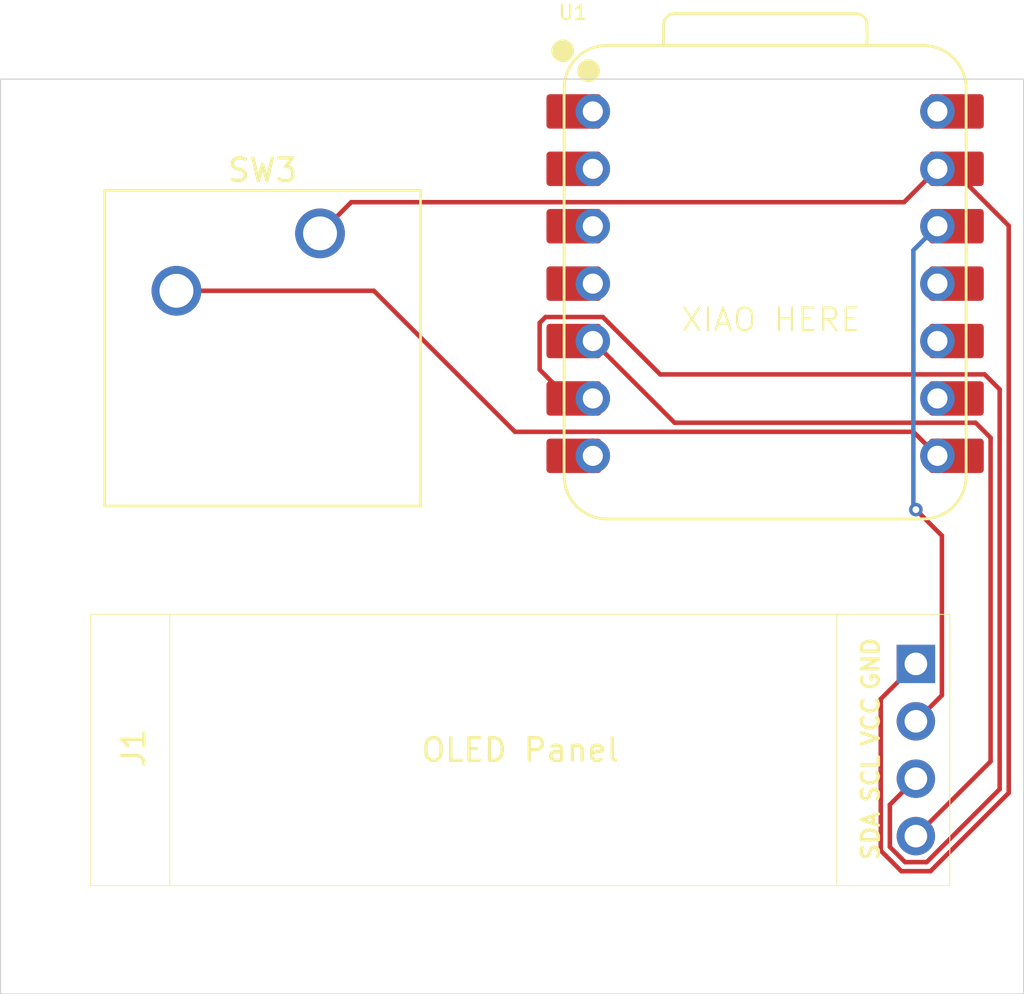
<source format=kicad_pcb>
(kicad_pcb (version 20241229) (generator "pcbnew") (generator_version "9.0")
  (layers (0 "F.Cu" signal) (2 "B.Cu" signal) (13 "F.Paste" user) (15 "B.Paste" user) (5 "F.SilkS" user "F.Silkscreen") (7 "B.SilkS" user "B.Silkscreen") (1 "F.Mask" user) (3 "B.Mask" user) (25 "Edge.Cuts" user))
  (net 0 "")
  (net 1 "Net-(J1-Pin_4)")
  (net 2 "GND")
  (net 3 "Net-(J1-Pin_3)")
  (net 4 "Net-(J1-Pin_2)")
  (net 5 "Net-(U1-GPIO1{slash}RX)")
  (net 6 "+5V")
  (footprint "XIAO:XIAO-RP2040-DIP" (layer "F.Cu") (at 143.35125 92.3925)
    (property "Reference" "U1" (at -8.5 -12 0) (layer "F.SilkS") (effects (font (size 0.635 0.635) (thickness 0.1016))))
    (property "Value" "XIAO-RP2040-DIP")
    (fp_line (start -8.89 8.509) (end -8.89 -8.636) (stroke (width 0.127)) (layer "F.SilkS"))
    (fp_line (start -6.985 10.414) (end 6.985 10.414) (stroke (width 0.127)) (layer "F.SilkS"))
    (fp_line (start -4.495 -10.541) (end -4.491272 -11.451272) (stroke (width 0.127)) (layer "F.SilkS"))
    (fp_line (start -3.991272 -11.951) (end 4.004 -11.951) (stroke (width 0.127)) (layer "F.SilkS"))
    (fp_line (start 4.504 -11.451) (end 4.504 -10.541) (stroke (width 0.127)) (layer "F.SilkS"))
    (fp_line (start 6.985 -10.541) (end -6.985 -10.541) (stroke (width 0.1)) (layer "F.SilkS"))
    (fp_line (start 6.985 -10.541) (end -6.985 -10.541) (stroke (width 0.127)) (layer "F.SilkS"))
    (fp_line (start 8.89 8.509) (end 8.89 -8.636) (stroke (width 0.127)) (layer "F.SilkS"))
    (fp_arc (start -8.89 -8.636) (mid -8.332038 -9.983038) (end -6.985 -10.541) (stroke (width 0.127)) (layer "F.SilkS"))
    (fp_arc (start -6.985 10.414) (mid -8.332038 9.856038) (end -8.89 8.509) (stroke (width 0.127)) (layer "F.SilkS"))
    (fp_arc (start -4.491272 -11.451272) (mid -4.344728 -11.80464) (end -3.991272 -11.951) (stroke (width 0.127)) (layer "F.SilkS"))
    (fp_arc (start 4.004 -11.951) (mid 4.357553 -11.804553) (end 4.504 -11.451) (stroke (width 0.127)) (layer "F.SilkS"))
    (fp_arc (start 6.985 -10.541) (mid 8.332038 -9.983038) (end 8.89 -8.636) (stroke (width 0.127)) (layer "F.SilkS"))
    (fp_arc (start 8.89 8.509) (mid 8.332038 9.856038) (end 6.985 10.414) (stroke (width 0.127)) (layer "F.SilkS"))
    (fp_circle (center -8.95 -10.3) (end -8.95 -10.554) (stroke (width 0.5)) (fill yes) (layer "F.SilkS"))
    (fp_circle (center -7.807 -9.42) (end -7.807 -9.674) (stroke (width 0.5)) (fill yes) (layer "F.SilkS"))
    (pad "1" smd roundrect (at -8.455 -7.62 180) (size 2.432 1.524) (layers "F.Cu" "F.Mask") (roundrect_rratio 0.1))
    (pad "1" thru_hole circle (at -7.62 -7.62 180) (size 1.524 1.524) (drill 0.889) (layers "*.Cu" "*.Mask"))
    (pad "2" smd roundrect (at -8.455 -5.08 180) (size 2.432 1.524) (layers "F.Cu" "F.Mask") (roundrect_rratio 0.1))
    (pad "2" thru_hole circle (at -7.62 -5.08 180) (size 1.524 1.524) (drill 0.889) (layers "*.Cu" "*.Mask"))
    (pad "3" smd roundrect (at -8.455 -2.54 180) (size 2.432 1.524) (layers "F.Cu" "F.Mask") (roundrect_rratio 0.1))
    (pad "3" thru_hole circle (at -7.62 -2.54 180) (size 1.524 1.524) (drill 0.889) (layers "*.Cu" "*.Mask"))
    (pad "4" smd roundrect (at -8.455 0 180) (size 2.432 1.524) (layers "F.Cu" "F.Mask") (roundrect_rratio 0.1))
    (pad "4" thru_hole circle (at -7.62 0 180) (size 1.524 1.524) (drill 0.889) (layers "*.Cu" "*.Mask"))
    (pad "5" smd roundrect (at -8.455 2.54 180) (size 2.432 1.524) (layers "F.Cu" "F.Mask") (roundrect_rratio 0.1) (net 1 "Net-(J1-Pin_4)"))
    (pad "5" thru_hole circle (at -7.62 2.54 180) (size 1.524 1.524) (drill 0.889) (layers "*.Cu" "*.Mask") (net 1 "Net-(J1-Pin_4)"))
    (pad "6" smd roundrect (at -8.455 5.08 180) (size 2.432 1.524) (layers "F.Cu" "F.Mask") (roundrect_rratio 0.1) (net 3 "Net-(J1-Pin_3)"))
    (pad "6" thru_hole circle (at -7.62 5.08 180) (size 1.524 1.524) (drill 0.889) (layers "*.Cu" "*.Mask") (net 3 "Net-(J1-Pin_3)"))
    (pad "7" smd roundrect (at -8.455 7.62 180) (size 2.432 1.524) (layers "F.Cu" "F.Mask") (roundrect_rratio 0.1))
    (pad "7" thru_hole circle (at -7.62 7.62 180) (size 1.524 1.524) (drill 0.889) (layers "*.Cu" "*.Mask"))
    (pad "8" thru_hole circle (at 7.62 7.62) (size 1.524 1.524) (drill 0.889) (layers "*.Cu" "*.Mask") (net 5 "Net-(U1-GPIO1{slash}RX)"))
    (pad "8" smd roundrect (at 8.455 7.62) (size 2.432 1.524) (layers "F.Cu" "F.Mask") (roundrect_rratio 0.1) (net 5 "Net-(U1-GPIO1{slash}RX)"))
    (pad "9" thru_hole circle (at 7.62 5.08) (size 1.524 1.524) (drill 0.889) (layers "*.Cu" "*.Mask"))
    (pad "9" smd roundrect (at 8.455 5.08) (size 2.432 1.524) (layers "F.Cu" "F.Mask") (roundrect_rratio 0.1))
    (pad "10" thru_hole circle (at 7.62 2.54) (size 1.524 1.524) (drill 0.889) (layers "*.Cu" "*.Mask"))
    (pad "10" smd roundrect (at 8.455 2.54) (size 2.432 1.524) (layers "F.Cu" "F.Mask") (roundrect_rratio 0.1))
    (pad "11" thru_hole circle (at 7.62 0) (size 1.524 1.524) (drill 0.889) (layers "*.Cu" "*.Mask"))
    (pad "11" smd roundrect (at 8.455 0) (size 2.432 1.524) (layers "F.Cu" "F.Mask") (roundrect_rratio 0.1))
    (pad "12" thru_hole circle (at 7.62 -2.54) (size 1.524 1.524) (drill 0.889) (layers "*.Cu" "*.Mask") (net 4 "Net-(J1-Pin_2)"))
    (pad "12" smd roundrect (at 8.455 -2.54) (size 2.432 1.524) (layers "F.Cu" "F.Mask") (roundrect_rratio 0.1) (net 4 "Net-(J1-Pin_2)"))
    (pad "13" thru_hole circle (at 7.62 -5.08) (size 1.524 1.524) (drill 0.889) (layers "*.Cu" "*.Mask") (net 2 "GND"))
    (pad "13" smd roundrect (at 8.455 -5.08) (size 2.432 1.524) (layers "F.Cu" "F.Mask") (roundrect_rratio 0.1) (net 2 "GND"))
    (pad "14" thru_hole circle (at 7.62 -7.62) (size 1.524 1.524) (drill 0.889) (layers "*.Cu" "*.Mask") (net 6 "+5V"))
    (pad "14" smd roundrect (at 8.455 -7.62) (size 2.432 1.524) (layers "F.Cu" "F.Mask") (roundrect_rratio 0.1) (net 6 "+5V"))
  )
  (footprint "KiCad-SSD1306-0.91-OLED-4pin-128x32.pretty-master:SSD1306-0.91-OLED-4pin-128x32" (layer "F.Cu") (at 113.51875 107.03)
    (property "Reference" "J1" (at 1.9 5.91 90) (layer "F.SilkS"))
    (property "Value" "Conn_01x04")
    (fp_line (start 0 0) (end 0 12) (stroke (width 0.04)) (layer "F.SilkS"))
    (fp_line (start 0 12) (end 38 12) (stroke (width 0.04)) (layer "F.SilkS"))
    (fp_line (start 3.5 0) (end 3.5 12) (stroke (width 0.04)) (layer "F.SilkS"))
    (fp_line (start 33 0) (end 33 12) (stroke (width 0.04)) (layer "F.SilkS"))
    (fp_line (start 38 0) (end 0 0) (stroke (width 0.04)) (layer "F.SilkS"))
    (fp_line (start 38 12) (end 38 0) (stroke (width 0.04)) (layer "F.SilkS"))
    (fp_text user "GND" (at 34.5 2.19 270) (layer "F.SilkS") (effects (font (size 0.75 0.75))))
    (fp_text user "VCC" (at 34.5 4.73 270) (layer "F.SilkS") (effects (font (size 0.75 0.75))))
    (fp_text user "SCL" (at 34.5 7.27 270) (layer "F.SilkS") (effects (font (size 0.75 0.75))))
    (fp_text user "SDA" (at 34.5 9.81 270) (layer "F.SilkS") (effects (font (size 0.75 0.75))))
    (fp_text user "OLED Panel" (at 19 6 0) (layer "F.SilkS"))
    (pad "1" thru_hole rect (at 36.5 2.19) (size 1.7 1.7) (drill 1) (layers "*.Cu" "*.Mask") (net 2 "GND"))
    (pad "2" thru_hole oval (at 36.5 4.73) (size 1.7 1.7) (drill 1) (layers "*.Cu" "*.Mask") (net 4 "Net-(J1-Pin_2)"))
    (pad "3" thru_hole oval (at 36.5 7.27) (size 1.7 1.7) (drill 1) (layers "*.Cu" "*.Mask") (net 3 "Net-(J1-Pin_3)"))
    (pad "4" thru_hole oval (at 36.5 9.81) (size 1.7 1.7) (drill 1) (layers "*.Cu" "*.Mask") (net 1 "Net-(J1-Pin_4)"))
  )
  (footprint "Button_Switch_Keyboard:SW_Cherry_MX_1.00u_PCB" (layer "F.Cu") (at 123.66625 90.17)
    (property "Reference" "SW3" (at -2.54 -2.794 0) (layer "F.SilkS"))
    (property "Value" "SW_Push")
    (fp_line (start -9.525 -1.905) (end 4.445 -1.905) (stroke (width 0.12)) (layer "F.SilkS"))
    (fp_line (start -9.525 12.065) (end -9.525 -1.905) (stroke (width 0.12)) (layer "F.SilkS"))
    (fp_line (start 4.445 -1.905) (end 4.445 12.065) (stroke (width 0.12)) (layer "F.SilkS"))
    (fp_line (start 4.445 12.065) (end -9.525 12.065) (stroke (width 0.12)) (layer "F.SilkS"))
    (pad "" np_thru_hole circle (at -7.62 5.08) (size 1.7 1.7) (drill 1.7) (layers "*.Cu" "*.Mask"))
    (pad "" np_thru_hole circle (at -2.54 5.08) (size 4 4) (drill 4) (layers "*.Cu" "*.Mask"))
    (pad "" np_thru_hole circle (at 2.54 5.08) (size 1.7 1.7) (drill 1.7) (layers "*.Cu" "*.Mask"))
    (pad "1" thru_hole circle (at 0 0) (size 2.2 2.2) (drill 1.5) (layers "*.Cu" "*.Mask") (net 2 "GND"))
    (pad "2" thru_hole circle (at -6.35 2.54) (size 2.2 2.2) (drill 1.5) (layers "*.Cu" "*.Mask") (net 5 "Net-(U1-GPIO1{slash}RX)"))
  )
  (gr_rect (start 109.5375 83.34375) (end 154.78125 123.825) (stroke (width 0.05)) (fill no) (layer "Edge.Cuts"))
  (gr_text "XIAO HERE" (at 139.566596 94.575735 0) (layer "F.SilkS") (effects (font (size 1 1) (thickness 0.1)) (justify left bottom)))
  (segment (start 152.660876 98.5485) (end 139.34725 98.5485) (width 0.2) (layer "F.Cu") (net 1))
  (segment (start 139.34725 98.5485) (end 135.73125 94.9325) (width 0.2) (layer "F.Cu") (net 1))
  (segment (start 150.01875 116.84) (end 153.32325 113.5355) (width 0.2) (layer "F.Cu") (net 1))
  (segment (start 153.32325 113.5355) (end 153.32325 99.210874) (width 0.2) (layer "F.Cu") (net 1))
  (segment (start 153.32325 99.210874) (end 152.660876 98.5485) (width 0.2) (layer "F.Cu") (net 1))
  (segment (start 151.60625 87.3125) (end 150.97125 87.3125) (width 0.2) (layer "F.Cu") (net 2))
  (segment (start 148.46675 117.48286) (end 149.37589 118.392) (width 0.2) (layer "F.Cu") (net 2))
  (segment (start 149.37589 118.392) (end 150.66161 118.392) (width 0.2) (layer "F.Cu") (net 2))
  (segment (start 154.12525 89.8315) (end 151.60625 87.3125) (width 0.2) (layer "F.Cu") (net 2))
  (segment (start 149.49425 88.7895) (end 150.97125 87.3125) (width 0.2) (layer "F.Cu") (net 2))
  (segment (start 150.66161 118.392) (end 154.12525 114.92836) (width 0.2) (layer "F.Cu") (net 2))
  (segment (start 154.12525 114.92836) (end 154.12525 89.8315) (width 0.2) (layer "F.Cu") (net 2))
  (segment (start 148.46675 110.772) (end 148.46675 117.48286) (width 0.2) (layer "F.Cu") (net 2))
  (segment (start 123.66625 90.17) (end 125.04675 88.7895) (width 0.2) (layer "F.Cu") (net 2))
  (segment (start 125.04675 88.7895) (end 149.49425 88.7895) (width 0.2) (layer "F.Cu") (net 2))
  (segment (start 150.01875 109.22) (end 148.46675 110.772) (width 0.2) (layer "F.Cu") (net 2))
  (segment (start 133.37925 94.130874) (end 133.37925 96.19813) (width 0.2) (layer "F.Cu") (net 3))
  (segment (start 133.37925 96.19813) (end 134.65362 97.4725) (width 0.2) (layer "F.Cu") (net 3))
  (segment (start 136.17156 93.8695) (end 133.640624 93.8695) (width 0.2) (layer "F.Cu") (net 3))
  (segment (start 134.65362 97.4725) (end 135.73125 97.4725) (width 0.2) (layer "F.Cu") (net 3))
  (segment (start 148.86775 117.31676) (end 149.54199 117.991) (width 0.2) (layer "F.Cu") (net 3))
  (segment (start 150.01875 114.3) (end 148.86775 115.451) (width 0.2) (layer "F.Cu") (net 3))
  (segment (start 150.49551 117.991) (end 153.72425 114.76226) (width 0.2) (layer "F.Cu") (net 3))
  (segment (start 133.640624 93.8695) (end 133.37925 94.130874) (width 0.2) (layer "F.Cu") (net 3))
  (segment (start 149.54199 117.991) (end 150.49551 117.991) (width 0.2) (layer "F.Cu") (net 3))
  (segment (start 138.71156 96.4095) (end 136.17156 93.8695) (width 0.2) (layer "F.Cu") (net 3))
  (segment (start 153.72425 114.76226) (end 153.72425 97.071874) (width 0.2) (layer "F.Cu") (net 3))
  (segment (start 153.061876 96.4095) (end 138.71156 96.4095) (width 0.2) (layer "F.Cu") (net 3))
  (segment (start 148.86775 115.451) (end 148.86775 117.31676) (width 0.2) (layer "F.Cu") (net 3))
  (segment (start 153.72425 97.071874) (end 153.061876 96.4095) (width 0.2) (layer "F.Cu") (net 3))
  (segment (start 151.16975 110.609) (end 151.16975 103.54475) (width 0.2) (layer "F.Cu") (net 4))
  (segment (start 150.01875 111.76) (end 151.16975 110.609) (width 0.2) (layer "F.Cu") (net 4))
  (segment (start 151.16975 103.54475) (end 150.01875 102.39375) (width 0.2) (layer "F.Cu") (net 4))
  (via (at 150.01875 102.39375) (size 0.6) (drill 0.3) (layers "F.Cu" "B.Cu") (net 4))
  (segment (start 150.01875 102.39375) (end 149.90825 102.28325) (width 0.2) (layer "B.Cu") (net 4))
  (segment (start 149.90825 102.28325) (end 149.90825 90.9155) (width 0.2) (layer "B.Cu") (net 4))
  (segment (start 149.90825 90.9155) (end 150.97125 89.8525) (width 0.2) (layer "B.Cu") (net 4))
  (segment (start 117.31625 92.71) (end 126.0475 92.71) (width 0.2) (layer "F.Cu") (net 5))
  (segment (start 132.287 98.9495) (end 149.90825 98.9495) (width 0.2) (layer "F.Cu") (net 5))
  (segment (start 126.0475 92.71) (end 132.287 98.9495) (width 0.2) (layer "F.Cu") (net 5))
  (segment (start 149.90825 98.9495) (end 150.97125 100.0125) (width 0.2) (layer "F.Cu") (net 5))
)
</source>
